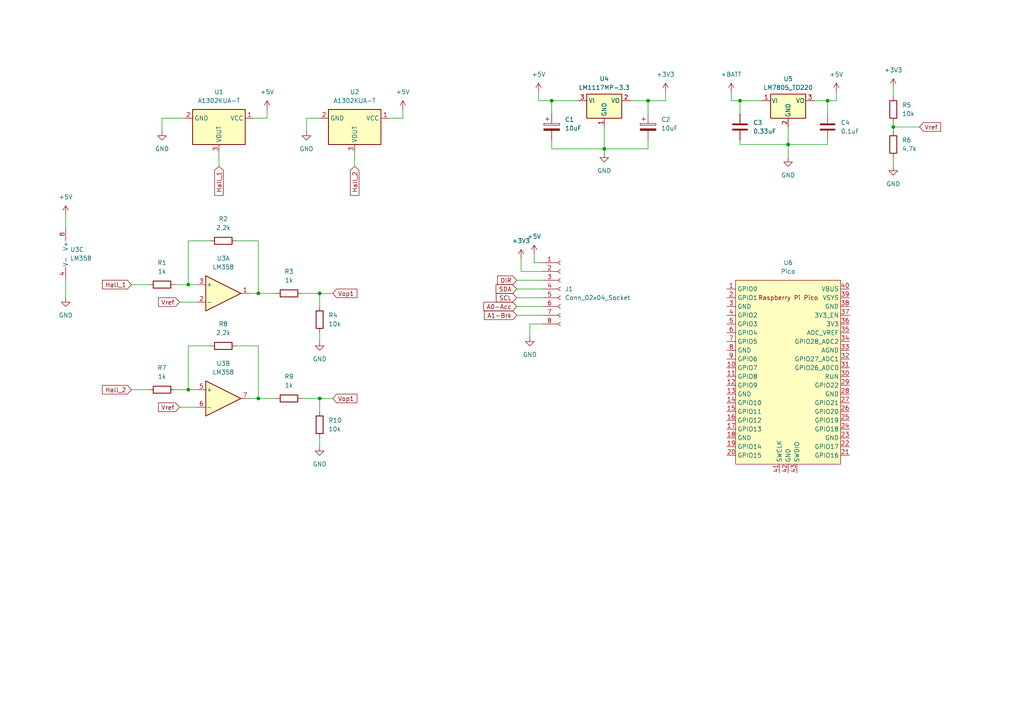
<source format=kicad_sch>
(kicad_sch (version 20231120) (generator "eeschema") (generator_version "8.0")
  (paper "A4")
  (lib_symbols
    (symbol "Amplifier_Operational:LM358" (pin_names (offset 0.127))
      (property "Reference" "U" (at 0 5.08 0))
      (property "Value" "LM358" (at 0 -5.08 0))
      (symbol "LM358_1_1"
        (polyline (pts (xy -5.08 5.08) (xy 5.08 0) (xy -5.08 -5.08) (xy -5.08 5.08)) (stroke (width 0.254)) (fill (type background)))
        (pin output line (at 7.62 0 180) (length 2.54) (name "~") (number "1"))
        (pin input line (at -7.62 -2.54 0) (length 2.54) (name "-") (number "2"))
        (pin input line (at -7.62 2.54 0) (length 2.54) (name "+") (number "3"))
      )
      (symbol "LM358_2_1"
        (polyline (pts (xy -5.08 5.08) (xy 5.08 0) (xy -5.08 -5.08) (xy -5.08 5.08)) (stroke (width 0.254)) (fill (type background)))
        (pin input line (at -7.62 2.54 0) (length 2.54) (name "+") (number "5"))
        (pin input line (at -7.62 -2.54 0) (length 2.54) (name "-") (number "6"))
        (pin output line (at 7.62 0 180) (length 2.54) (name "~") (number "7"))
      )
      (symbol "LM358_3_1"
        (pin power_in line (at -2.54 -7.62 90) (length 3.81) (name "V-") (number "4"))
        (pin power_in line (at -2.54 7.62 270) (length 3.81) (name "V+") (number "8"))
      )
    )
    (symbol "Connector:Conn_01x08_Socket" (pin_names (offset 1.016) hide)
      (property "Reference" "J" (at 0 10.16 0))
      (property "Value" "Conn_01x08_Socket" (at 0 -12.7 0))
      (symbol "Conn_01x08_Socket_1_1"
        (arc (start 0 -9.652) (mid -0.5058 -10.16) (end 0 -10.668) (stroke (width 0.1524)))
        (arc (start 0 -7.112) (mid -0.5058 -7.62) (end 0 -8.128) (stroke (width 0.1524)))
        (arc (start 0 -4.572) (mid -0.5058 -5.08) (end 0 -5.588) (stroke (width 0.1524)))
        (arc (start 0 -2.032) (mid -0.5058 -2.54) (end 0 -3.048) (stroke (width 0.1524)))
        (polyline (pts (xy -1.27 -10.16) (xy -0.508 -10.16)) (stroke (width 0.1524)))
        (polyline (pts (xy -1.27 -7.62) (xy -0.508 -7.62)) (stroke (width 0.1524)))
        (polyline (pts (xy -1.27 -5.08) (xy -0.508 -5.08)) (stroke (width 0.1524)))
        (polyline (pts (xy -1.27 -2.54) (xy -0.508 -2.54)) (stroke (width 0.1524)))
        (polyline (pts (xy -1.27 0) (xy -0.508 0)) (stroke (width 0.1524)))
        (polyline (pts (xy -1.27 2.54) (xy -0.508 2.54)) (stroke (width 0.1524)))
        (polyline (pts (xy -1.27 5.08) (xy -0.508 5.08)) (stroke (width 0.1524)))
        (polyline (pts (xy -1.27 7.62) (xy -0.508 7.62)) (stroke (width 0.1524)))
        (arc (start 0 0.508) (mid -0.5058 0) (end 0 -0.508) (stroke (width 0.1524)))
        (arc (start 0 3.048) (mid -0.5058 2.54) (end 0 2.032) (stroke (width 0.1524)))
        (arc (start 0 5.588) (mid -0.5058 5.08) (end 0 4.572) (stroke (width 0.1524)))
        (arc (start 0 8.128) (mid -0.5058 7.62) (end 0 7.112) (stroke (width 0.1524)))
        (pin passive line (at -5.08 7.62 0) (length 3.81) (name "Pin_1") (number "1"))
        (pin passive line (at -5.08 5.08 0) (length 3.81) (name "Pin_2") (number "2"))
        (pin passive line (at -5.08 2.54 0) (length 3.81) (name "Pin_3") (number "3"))
        (pin passive line (at -5.08 0 0) (length 3.81) (name "Pin_4") (number "4"))
        (pin passive line (at -5.08 -2.54 0) (length 3.81) (name "Pin_5") (number "5"))
        (pin passive line (at -5.08 -5.08 0) (length 3.81) (name "Pin_6") (number "6"))
        (pin passive line (at -5.08 -7.62 0) (length 3.81) (name "Pin_7") (number "7"))
        (pin passive line (at -5.08 -10.16 0) (length 3.81) (name "Pin_8") (number "8"))
      )
    )
    (symbol "Device:C" (pin_numbers hide) (pin_names (offset 0.254))
      (property "Reference" "C" (at 0.635 2.54 0))
      (property "Value" "C" (at 0.635 -2.54 0))
      (symbol "C_0_1"
        (polyline (pts (xy -2.032 -0.762) (xy 2.032 -0.762)) (stroke (width 0.508)))
        (polyline (pts (xy -2.032 0.762) (xy 2.032 0.762)) (stroke (width 0.508)))
      )
      (symbol "C_1_1"
        (pin passive line (at 0 3.81 270) (length 2.794) (name "~") (number "1"))
        (pin passive line (at 0 -3.81 90) (length 2.794) (name "~") (number "2"))
      )
    )
    (symbol "Device:C_Polarized" (pin_numbers hide) (pin_names (offset 0.254))
      (property "Reference" "C" (at 0.635 2.54 0))
      (property "Value" "C_Polarized" (at 0.635 -2.54 0))
      (symbol "C_Polarized_0_1"
        (rectangle (start -2.286 0.508) (end 2.286 1.016))
        (polyline (pts (xy -1.778 2.286) (xy -0.762 2.286)))
        (polyline (pts (xy -1.27 2.794) (xy -1.27 1.778)))
        (rectangle (start 2.286 -0.508) (end -2.286 -1.016) (fill (type outline)))
      )
      (symbol "C_Polarized_1_1"
        (pin passive line (at 0 3.81 270) (length 2.794) (name "~") (number "1"))
        (pin passive line (at 0 -3.81 90) (length 2.794) (name "~") (number "2"))
      )
    )
    (symbol "Device:R" (pin_numbers hide) (pin_names (offset 0))
      (property "Reference" "R" (at 2.032 0 90))
      (property "Value" "R" (at 0 0 90))
      (symbol "R_0_1"
        (rectangle (start -1.016 -2.54) (end 1.016 2.54) (stroke (width 0.254)))
      )
      (symbol "R_1_1"
        (pin passive line (at 0 3.81 270) (length 1.27) (name "~") (number "1"))
        (pin passive line (at 0 -3.81 90) (length 1.27) (name "~") (number "2"))
      )
    )
    (symbol "MCU_RaspberryPi_and_Boards:Pico"
      (property "Reference" "U" (at -13.97 27.94 0))
      (property "Value" "Pico" (at 0 19.05 0))
      (symbol "Pico_0_0"
        (text "Raspberry Pi Pico" (at 0 21.59 0) (effects (font (size 1.27 1.27))))
      )
      (symbol "Pico_0_1"
        (rectangle (start -15.24 26.67) (end 15.24 -26.67) (fill (type background)))
      )
      (symbol "Pico_1_1"
        (pin bidirectional line (at -17.78 24.13 0) (length 2.54) (name "GPIO0") (number "1"))
        (pin bidirectional line (at -17.78 1.27 0) (length 2.54) (name "GPIO7") (number "10"))
        (pin bidirectional line (at -17.78 -1.27 0) (length 2.54) (name "GPIO8") (number "11"))
        (pin bidirectional line (at -17.78 -3.81 0) (length 2.54) (name "GPIO9") (number "12"))
        (pin power_in line (at -17.78 -6.35 0) (length 2.54) (name "GND") (number "13"))
        (pin bidirectional line (at -17.78 -8.89 0) (length 2.54) (name "GPIO10") (number "14"))
        (pin bidirectional line (at -17.78 -11.43 0) (length 2.54) (name "GPIO11") (number "15"))
        (pin bidirectional line (at -17.78 -13.97 0) (length 2.54) (name "GPIO12") (number "16"))
        (pin bidirectional line (at -17.78 -16.51 0) (length 2.54) (name "GPIO13") (number "17"))
        (pin power_in line (at -17.78 -19.05 0) (length 2.54) (name "GND") (number "18"))
        (pin bidirectional line (at -17.78 -21.59 0) (length 2.54) (name "GPIO14") (number "19"))
        (pin bidirectional line (at -17.78 21.59 0) (length 2.54) (name "GPIO1") (number "2"))
        (pin bidirectional line (at -17.78 -24.13 0) (length 2.54) (name "GPIO15") (number "20"))
        (pin bidirectional line (at 17.78 -24.13 180) (length 2.54) (name "GPIO16") (number "21"))
        (pin bidirectional line (at 17.78 -21.59 180) (length 2.54) (name "GPIO17") (number "22"))
        (pin power_in line (at 17.78 -19.05 180) (length 2.54) (name "GND") (number "23"))
        (pin bidirectional line (at 17.78 -16.51 180) (length 2.54) (name "GPIO18") (number "24"))
        (pin bidirectional line (at 17.78 -13.97 180) (length 2.54) (name "GPIO19") (number "25"))
        (pin bidirectional line (at 17.78 -11.43 180) (length 2.54) (name "GPIO20") (number "26"))
        (pin bidirectional line (at 17.78 -8.89 180) (length 2.54) (name "GPIO21") (number "27"))
        (pin power_in line (at 17.78 -6.35 180) (length 2.54) (name "GND") (number "28"))
        (pin bidirectional line (at 17.78 -3.81 180) (length 2.54) (name "GPIO22") (number "29"))
        (pin power_in line (at -17.78 19.05 0) (length 2.54) (name "GND") (number "3"))
        (pin input line (at 17.78 -1.27 180) (length 2.54) (name "RUN") (number "30"))
        (pin bidirectional line (at 17.78 1.27 180) (length 2.54) (name "GPIO26_ADC0") (number "31"))
        (pin bidirectional line (at 17.78 3.81 180) (length 2.54) (name "GPIO27_ADC1") (number "32"))
        (pin power_in line (at 17.78 6.35 180) (length 2.54) (name "AGND") (number "33"))
        (pin bidirectional line (at 17.78 8.89 180) (length 2.54) (name "GPIO28_ADC2") (number "34"))
        (pin power_in line (at 17.78 11.43 180) (length 2.54) (name "ADC_VREF") (number "35"))
        (pin power_in line (at 17.78 13.97 180) (length 2.54) (name "3V3") (number "36"))
        (pin input line (at 17.78 16.51 180) (length 2.54) (name "3V3_EN") (number "37"))
        (pin bidirectional line (at 17.78 19.05 180) (length 2.54) (name "GND") (number "38"))
        (pin power_in line (at 17.78 21.59 180) (length 2.54) (name "VSYS") (number "39"))
        (pin bidirectional line (at -17.78 16.51 0) (length 2.54) (name "GPIO2") (number "4"))
        (pin power_in line (at 17.78 24.13 180) (length 2.54) (name "VBUS") (number "40"))
        (pin input line (at -2.54 -29.21 90) (length 2.54) (name "SWCLK") (number "41"))
        (pin power_in line (at 0 -29.21 90) (length 2.54) (name "GND") (number "42"))
        (pin bidirectional line (at 2.54 -29.21 90) (length 2.54) (name "SWDIO") (number "43"))
        (pin bidirectional line (at -17.78 13.97 0) (length 2.54) (name "GPIO3") (number "5"))
        (pin bidirectional line (at -17.78 11.43 0) (length 2.54) (name "GPIO4") (number "6"))
        (pin bidirectional line (at -17.78 8.89 0) (length 2.54) (name "GPIO5") (number "7"))
        (pin power_in line (at -17.78 6.35 0) (length 2.54) (name "GND") (number "8"))
        (pin bidirectional line (at -17.78 3.81 0) (length 2.54) (name "GPIO6") (number "9"))
      )
    )
    (symbol "Regulator_Linear:LM1117MP-3.3"
      (property "Reference" "U" (at -3.81 3.175 0))
      (property "Value" "LM1117MP-3.3" (at 0 3.175 0))
      (symbol "LM1117MP-3.3_0_1"
        (rectangle (start -5.08 -5.08) (end 5.08 1.905) (stroke (width 0.254)) (fill (type background)))
      )
      (symbol "LM1117MP-3.3_1_1"
        (pin power_in line (at 0 -7.62 90) (length 2.54) (name "GND") (number "1"))
        (pin power_out line (at 7.62 0 180) (length 2.54) (name "VO") (number "2"))
        (pin power_in line (at -7.62 0 0) (length 2.54) (name "VI") (number "3"))
      )
    )
    (symbol "Regulator_Linear:LM7805_TO220" (pin_names (offset 0.254))
      (property "Reference" "U" (at -3.81 3.175 0))
      (property "Value" "LM7805_TO220" (at 0 3.175 0))
      (symbol "LM7805_TO220_0_1"
        (rectangle (start -5.08 1.905) (end 5.08 -5.08) (stroke (width 0.254)) (fill (type background)))
      )
      (symbol "LM7805_TO220_1_1"
        (pin power_in line (at -7.62 0 0) (length 2.54) (name "VI") (number "1"))
        (pin power_in line (at 0 -7.62 90) (length 2.54) (name "GND") (number "2"))
        (pin power_out line (at 7.62 0 180) (length 2.54) (name "VO") (number "3"))
      )
    )
    (symbol "Sensor_Magnetic:A1302KUA-T"
      (property "Reference" "U" (at 0 11.43 0))
      (property "Value" "A1302KUA-T" (at 0 8.89 0))
      (symbol "A1302KUA-T_0_1"
        (rectangle (start -5.08 7.62) (end 5.08 -7.62) (stroke (width 0.254)) (fill (type background)))
      )
      (symbol "A1302KUA-T_1_1"
        (pin power_in line (at -2.54 10.16 270) (length 2.54) (name "VCC") (number "1"))
        (pin power_in line (at -2.54 -10.16 90) (length 2.54) (name "GND") (number "2"))
        (pin output line (at 7.62 0 180) (length 2.54) (name "VOUT") (number "3"))
      )
    )
    (symbol "power:+3V3" (power) (pin_numbers hide) (pin_names (offset 0) hide)
      (property "Value" "+3V3" (at 0 3.556 0))
      (symbol "+3V3_0_1"
        (polyline (pts (xy -0.762 1.27) (xy 0 2.54)))
        (polyline (pts (xy 0 0) (xy 0 2.54)))
        (polyline (pts (xy 0 2.54) (xy 0.762 1.27)))
      )
      (symbol "+3V3_1_1"
        (pin power_in line (at 0 0 90) (length 0) (name "~") (number "1"))
      )
    )
    (symbol "power:+5V" (power) (pin_numbers hide) (pin_names (offset 0) hide)
      (property "Value" "+5V" (at 0 3.556 0))
      (symbol "+5V_0_1"
        (polyline (pts (xy -0.762 1.27) (xy 0 2.54)))
        (polyline (pts (xy 0 0) (xy 0 2.54)))
        (polyline (pts (xy 0 2.54) (xy 0.762 1.27)))
      )
      (symbol "+5V_1_1"
        (pin power_in line (at 0 0 90) (length 0) (name "~") (number "1"))
      )
    )
    (symbol "power:+BATT" (power) (pin_numbers hide) (pin_names (offset 0) hide)
      (property "Value" "+BATT" (at 0 3.556 0))
      (symbol "+BATT_0_1"
        (polyline (pts (xy -0.762 1.27) (xy 0 2.54)))
        (polyline (pts (xy 0 0) (xy 0 2.54)))
        (polyline (pts (xy 0 2.54) (xy 0.762 1.27)))
      )
      (symbol "+BATT_1_1"
        (pin power_in line (at 0 0 90) (length 0) (name "~") (number "1"))
      )
    )
    (symbol "power:GND" (power) (pin_numbers hide) (pin_names (offset 0) hide)
      (property "Value" "GND" (at 0 -3.81 0))
      (symbol "GND_0_1"
        (polyline (pts (xy 0 0) (xy 0 -1.27) (xy 1.27 -1.27) (xy 0 -2.54) (xy -1.27 -1.27) (xy 0 -1.27)))
      )
      (symbol "GND_1_1"
        (pin power_in line (at 0 0 270) (length 0) (name "~") (number "1"))
      )
    )
  )
  (junction (at 160.02 29.21))
  (junction (at 92.71 115.57))
  (junction (at 240.03 29.21))
  (junction (at 175.26 43.18))
  (junction (at 259.08 36.83))
  (junction (at 187.96 29.21))
  (junction (at 214.63 29.21))
  (junction (at 74.93 115.57))
  (junction (at 92.71 85.09))
  (junction (at 228.6 41.91))
  (junction (at 74.93 85.09))
  (junction (at 54.61 113.03))
  (junction (at 54.61 82.55))
  (wire (pts (xy 214.63 33.02) (xy 214.63 29.21)))
  (wire (pts (xy 160.02 29.21) (xy 160.02 33.02)))
  (wire (pts (xy 87.63 85.09) (xy 92.71 85.09)))
  (wire (pts (xy 151.13 74.93) (xy 151.13 78.74)))
  (wire (pts (xy 175.26 43.18) (xy 175.26 44.45)))
  (wire (pts (xy 160.02 29.21) (xy 167.64 29.21)))
  (wire (pts (xy 54.61 69.85) (xy 54.61 82.55)))
  (wire (pts (xy 156.21 29.21) (xy 160.02 29.21)))
  (wire (pts (xy 74.93 69.85) (xy 74.93 85.09)))
  (wire (pts (xy 156.21 26.67) (xy 156.21 29.21)))
  (wire (pts (xy 154.94 73.66) (xy 154.94 76.2)))
  (wire (pts (xy 54.61 82.55) (xy 57.15 82.55)))
  (wire (pts (xy 151.13 78.74) (xy 157.48 78.74)))
  (wire (pts (xy 187.96 40.64) (xy 187.96 43.18)))
  (wire (pts (xy 19.05 81.28) (xy 19.05 86.36)))
  (wire (pts (xy 52.07 87.63) (xy 57.15 87.63)))
  (wire (pts (xy 242.57 29.21) (xy 242.57 26.67)))
  (wire (pts (xy 52.07 118.11) (xy 57.15 118.11)))
  (wire (pts (xy 149.86 81.28) (xy 157.48 81.28)))
  (wire (pts (xy 175.26 36.83) (xy 175.26 43.18)))
  (wire (pts (xy 187.96 33.02) (xy 187.96 29.21)))
  (wire (pts (xy 54.61 113.03) (xy 57.15 113.03)))
  (wire (pts (xy 92.71 127) (xy 92.71 129.54)))
  (wire (pts (xy 214.63 41.91) (xy 228.6 41.91)))
  (wire (pts (xy 60.96 100.33) (xy 54.61 100.33)))
  (wire (pts (xy 149.86 86.36) (xy 157.48 86.36)))
  (wire (pts (xy 259.08 25.4) (xy 259.08 27.94)))
  (wire (pts (xy 160.02 43.18) (xy 175.26 43.18)))
  (wire (pts (xy 77.47 34.29) (xy 77.47 31.75)))
  (wire (pts (xy 74.93 100.33) (xy 74.93 115.57)))
  (wire (pts (xy 214.63 40.64) (xy 214.63 41.91)))
  (wire (pts (xy 38.1 113.03) (xy 43.18 113.03)))
  (wire (pts (xy 187.96 43.18) (xy 175.26 43.18)))
  (wire (pts (xy 92.71 85.09) (xy 96.52 85.09)))
  (wire (pts (xy 50.8 113.03) (xy 54.61 113.03)))
  (wire (pts (xy 46.99 34.29) (xy 53.34 34.29)))
  (wire (pts (xy 259.08 36.83) (xy 266.7 36.83)))
  (wire (pts (xy 92.71 115.57) (xy 92.71 119.38)))
  (wire (pts (xy 102.87 44.45) (xy 102.87 48.26)))
  (wire (pts (xy 74.93 85.09) (xy 80.01 85.09)))
  (wire (pts (xy 149.86 83.82) (xy 157.48 83.82)))
  (wire (pts (xy 153.67 93.98) (xy 153.67 97.79)))
  (wire (pts (xy 149.86 88.9) (xy 157.48 88.9)))
  (wire (pts (xy 38.1 82.55) (xy 43.18 82.55)))
  (wire (pts (xy 72.39 115.57) (xy 74.93 115.57)))
  (wire (pts (xy 72.39 85.09) (xy 74.93 85.09)))
  (wire (pts (xy 193.04 26.67) (xy 193.04 29.21)))
  (wire (pts (xy 212.09 26.67) (xy 212.09 29.21)))
  (wire (pts (xy 187.96 29.21) (xy 182.88 29.21)))
  (wire (pts (xy 149.86 91.44) (xy 157.48 91.44)))
  (wire (pts (xy 259.08 36.83) (xy 259.08 38.1)))
  (wire (pts (xy 60.96 69.85) (xy 54.61 69.85)))
  (wire (pts (xy 54.61 100.33) (xy 54.61 113.03)))
  (wire (pts (xy 228.6 41.91) (xy 228.6 45.72)))
  (wire (pts (xy 240.03 29.21) (xy 240.03 33.02)))
  (wire (pts (xy 154.94 76.2) (xy 157.48 76.2)))
  (wire (pts (xy 228.6 36.83) (xy 228.6 41.91)))
  (wire (pts (xy 63.5 44.45) (xy 63.5 48.26)))
  (wire (pts (xy 92.71 115.57) (xy 96.52 115.57)))
  (wire (pts (xy 240.03 41.91) (xy 228.6 41.91)))
  (wire (pts (xy 87.63 115.57) (xy 92.71 115.57)))
  (wire (pts (xy 212.09 29.21) (xy 214.63 29.21)))
  (wire (pts (xy 46.99 38.1) (xy 46.99 34.29)))
  (wire (pts (xy 73.66 34.29) (xy 77.47 34.29)))
  (wire (pts (xy 240.03 29.21) (xy 242.57 29.21)))
  (wire (pts (xy 214.63 29.21) (xy 220.98 29.21)))
  (wire (pts (xy 92.71 85.09) (xy 92.71 88.9)))
  (wire (pts (xy 50.8 82.55) (xy 54.61 82.55)))
  (wire (pts (xy 74.93 115.57) (xy 80.01 115.57)))
  (wire (pts (xy 92.71 96.52) (xy 92.71 99.06)))
  (wire (pts (xy 19.05 62.23) (xy 19.05 66.04)))
  (wire (pts (xy 113.03 34.29) (xy 116.84 34.29)))
  (wire (pts (xy 68.58 100.33) (xy 74.93 100.33)))
  (wire (pts (xy 160.02 40.64) (xy 160.02 43.18)))
  (wire (pts (xy 236.22 29.21) (xy 240.03 29.21)))
  (wire (pts (xy 92.71 34.29) (xy 88.9 34.29)))
  (wire (pts (xy 88.9 34.29) (xy 88.9 38.1)))
  (wire (pts (xy 116.84 34.29) (xy 116.84 31.75)))
  (wire (pts (xy 240.03 40.64) (xy 240.03 41.91)))
  (wire (pts (xy 68.58 69.85) (xy 74.93 69.85)))
  (wire (pts (xy 259.08 35.56) (xy 259.08 36.83)))
  (wire (pts (xy 259.08 48.26) (xy 259.08 45.72)))
  (wire (pts (xy 193.04 29.21) (xy 187.96 29.21)))
  (wire (pts (xy 157.48 93.98) (xy 153.67 93.98)))
  (global_label "Vop1" (shape input) (at 96.52 115.57 0) (property "Intersheetrefs" "${INTERSHEET_REFS}" (effects (hide yes))))
  (global_label "Hall_2" (shape input) (at 102.87 48.26 270) (property "Intersheetrefs" "${INTERSHEET_REFS}" (effects (hide yes))))
  (global_label "Hall_1" (shape input) (at 38.1 82.55 180) (property "Intersheetrefs" "${INTERSHEET_REFS}" (effects (hide yes))))
  (global_label "DIR" (shape input) (at 149.86 81.28 180) (property "Intersheetrefs" "${INTERSHEET_REFS}" (effects (hide yes))))
  (global_label "Hall_1" (shape input) (at 63.5 48.26 270) (property "Intersheetrefs" "${INTERSHEET_REFS}" (effects (hide yes))))
  (global_label "Vop1" (shape input) (at 96.52 85.09 0) (property "Intersheetrefs" "${INTERSHEET_REFS}" (effects (hide yes))))
  (global_label "A0-Acc" (shape input) (at 149.86 88.9 180) (property "Intersheetrefs" "${INTERSHEET_REFS}" (effects (hide yes))))
  (global_label "Vref" (shape input) (at 52.07 118.11 180) (property "Intersheetrefs" "${INTERSHEET_REFS}" (effects (hide yes))))
  (global_label "Hall_2" (shape input) (at 38.1 113.03 180) (property "Intersheetrefs" "${INTERSHEET_REFS}" (effects (hide yes))))
  (global_label "SDA" (shape input) (at 149.86 83.82 180) (property "Intersheetrefs" "${INTERSHEET_REFS}" (effects (hide yes))))
  (global_label "Vref" (shape input) (at 52.07 87.63 180) (property "Intersheetrefs" "${INTERSHEET_REFS}" (effects (hide yes))))
  (global_label "A1-Brk" (shape input) (at 149.86 91.44 180) (property "Intersheetrefs" "${INTERSHEET_REFS}" (effects (hide yes))))
  (global_label "Vref" (shape input) (at 266.7 36.83 0) (property "Intersheetrefs" "${INTERSHEET_REFS}" (effects (hide yes))))
  (global_label "SCL" (shape input) (at 149.86 86.36 180) (property "Intersheetrefs" "${INTERSHEET_REFS}" (effects (hide yes))))
  (symbol (lib_id "power:+5V") (at 77.47 31.75 0) (unit 1)
    (property "Reference" "#PWR011" (effects (hide yes)))
    (property "Value" "+5V" (at 77.47 26.67 0))
    (property "Description" "Power symbol creates a global label with name \"+5V\"" (effects (hide yes)))
  )
  (symbol (lib_id "Device:C_Polarized") (at 160.02 36.83 0) (unit 1)
    (property "Reference" "C1" (at 163.83 34.6709 0) (effects (justify left)))
    (property "Value" "10uF" (at 163.83 37.2109 0) (effects (justify left)))
    (property "Footprint" "Capacitor_THT:CP_Radial_D5.0mm_P2.50mm" (effects (hide yes)))
    (property "Description" "Polarized capacitor" (effects (hide yes)))
  )
  (symbol (lib_id "Device:R") (at 64.77 100.33 90) (unit 1)
    (property "Reference" "R8" (at 64.77 93.98 90))
    (property "Value" "2,2k" (at 64.77 96.52 90))
    (property "Footprint" "Resistor_THT:R_Axial_DIN0207_L6.3mm_D2.5mm_P10.16mm_Horizontal" (effects (hide yes)))
    (property "Description" "Resistor" (effects (hide yes)))
  )
  (symbol (lib_id "Amplifier_Operational:LM358") (at 21.59 73.66 0) (unit 3)
    (property "Reference" "U3" (at 20.32 72.3899 0) (effects (justify left)))
    (property "Value" "LM358" (at 20.32 74.9299 0) (effects (justify left)))
    (property "Footprint" "Package_DIP:DIP-8_W10.16mm_LongPads" (effects (hide yes)))
    (property "Datasheet" "http://www.ti.com/lit/ds/symlink/lm2904-n.pdf" (effects (hide yes)))
    (property "Description" "Low-Power, Dual Operational Amplifiers, DIP-8/SOIC-8/TO-99-8" (effects (hide yes)))
  )
  (symbol (lib_id "Device:R") (at 259.08 31.75 180) (unit 1)
    (property "Reference" "R5" (at 261.62 30.4799 0) (effects (justify right)))
    (property "Value" "10k" (at 261.62 33.0199 0) (effects (justify right)))
    (property "Footprint" "Resistor_THT:R_Axial_DIN0207_L6.3mm_D2.5mm_P10.16mm_Horizontal" (effects (hide yes)))
    (property "Description" "Resistor" (effects (hide yes)))
  )
  (symbol (lib_id "power:+5V") (at 154.94 73.66 0) (unit 1)
    (property "Reference" "#PWR019" (effects (hide yes)))
    (property "Value" "+5V" (at 154.94 68.58 0))
    (property "Description" "Power symbol creates a global label with name \"+5V\"" (effects (hide yes)))
  )
  (symbol (lib_id "Device:R") (at 46.99 113.03 90) (unit 1)
    (property "Reference" "R7" (at 46.99 106.68 90))
    (property "Value" "1k" (at 46.99 109.22 90))
    (property "Footprint" "Resistor_THT:R_Axial_DIN0207_L6.3mm_D2.5mm_P10.16mm_Horizontal" (effects (hide yes)))
    (property "Description" "Resistor" (effects (hide yes)))
  )
  (symbol (lib_id "power:+BATT") (at 212.09 26.67 0) (unit 1)
    (property "Reference" "#PWR06" (effects (hide yes)))
    (property "Value" "+BATT" (at 212.09 21.59 0))
    (property "Description" "Power symbol creates a global label with name \"+BATT\"" (effects (hide yes)))
  )
  (symbol (lib_id "Device:C") (at 240.03 36.83 0) (unit 1)
    (property "Reference" "C4" (at 243.84 35.5599 0) (effects (justify left)))
    (property "Value" "0.1uF" (at 243.84 38.0999 0) (effects (justify left)))
    (property "Footprint" "Capacitor_THT:C_Disc_D3.0mm_W2.0mm_P2.50mm" (effects (hide yes)))
    (property "Description" "Unpolarized capacitor" (effects (hide yes)))
  )
  (symbol (lib_id "Device:R") (at 46.99 82.55 90) (unit 1)
    (property "Reference" "R1" (at 46.99 76.2 90))
    (property "Value" "1k" (at 46.99 78.74 90))
    (property "Footprint" "Resistor_THT:R_Axial_DIN0207_L6.3mm_D2.5mm_P10.16mm_Horizontal" (effects (hide yes)))
    (property "Description" "Resistor" (effects (hide yes)))
  )
  (symbol (lib_id "Device:R") (at 83.82 85.09 90) (unit 1)
    (property "Reference" "R3" (at 83.82 78.74 90))
    (property "Value" "1k" (at 83.82 81.28 90))
    (property "Footprint" "Resistor_THT:R_Axial_DIN0207_L6.3mm_D2.5mm_P10.16mm_Horizontal" (effects (hide yes)))
    (property "Description" "Resistor" (effects (hide yes)))
  )
  (symbol (lib_id "Sensor_Magnetic:A1302KUA-T") (at 102.87 36.83 270) (unit 1)
    (property "Reference" "U2" (at 102.87 26.67 90))
    (property "Value" "A1302KUA-T" (at 102.87 29.21 90))
    (property "Footprint" "Connector_PinHeader_2.54mm:PinHeader_1x03_P2.54mm_Vertical" (effects (hide yes)))
    (property "Datasheet" "http://www.allegromicro.com/~/media/Files/Datasheets/A1301-2-Datasheet.ashx" (effects (hide yes)))
    (property "Description" "Linear Hall Effect Sensor, SIP 3pin" (effects (hide yes)))
  )
  (symbol (lib_id "Amplifier_Operational:LM358") (at 64.77 115.57 0) (unit 2)
    (property "Reference" "U3" (at 64.77 105.41 0))
    (property "Value" "LM358" (at 64.77 107.95 0))
    (property "Footprint" "Package_DIP:DIP-8_W10.16mm_LongPads" (effects (hide yes)))
    (property "Datasheet" "http://www.ti.com/lit/ds/symlink/lm2904-n.pdf" (effects (hide yes)))
    (property "Description" "Low-Power, Dual Operational Amplifiers, DIP-8/SOIC-8/TO-99-8" (effects (hide yes)))
  )
  (symbol (lib_id "Device:C_Polarized") (at 187.96 36.83 0) (unit 1)
    (property "Reference" "C2" (at 191.77 34.6709 0) (effects (justify left)))
    (property "Value" "10uF" (at 191.77 37.2109 0) (effects (justify left)))
    (property "Footprint" "Capacitor_THT:CP_Radial_D5.0mm_P2.50mm" (effects (hide yes)))
    (property "Description" "Polarized capacitor" (effects (hide yes)))
  )
  (symbol (lib_id "Amplifier_Operational:LM358") (at 64.77 85.09 0) (unit 1)
    (property "Reference" "U3" (at 64.77 74.93 0))
    (property "Value" "LM358" (at 64.77 77.47 0))
    (property "Footprint" "Package_DIP:DIP-8_W10.16mm_LongPads" (effects (hide yes)))
    (property "Datasheet" "http://www.ti.com/lit/ds/symlink/lm2904-n.pdf" (effects (hide yes)))
    (property "Description" "Low-Power, Dual Operational Amplifiers, DIP-8/SOIC-8/TO-99-8" (effects (hide yes)))
  )
  (symbol (lib_id "power:+5V") (at 116.84 31.75 0) (unit 1)
    (property "Reference" "#PWR012" (effects (hide yes)))
    (property "Value" "+5V" (at 116.84 26.67 0))
    (property "Description" "Power symbol creates a global label with name \"+5V\"" (effects (hide yes)))
  )
  (symbol (lib_id "power:GND") (at 153.67 97.79 0) (unit 1)
    (property "Reference" "#PWR018" (effects (hide yes)))
    (property "Value" "GND" (at 153.67 102.87 0))
    (property "Description" "Power symbol creates a global label with name \"GND\" , ground" (effects (hide yes)))
  )
  (symbol (lib_id "Device:R") (at 259.08 41.91 180) (unit 1)
    (property "Reference" "R6" (at 261.62 40.6399 0) (effects (justify right)))
    (property "Value" "4,7k" (at 261.62 43.1799 0) (effects (justify right)))
    (property "Footprint" "Resistor_THT:R_Axial_DIN0207_L6.3mm_D2.5mm_P10.16mm_Horizontal" (effects (hide yes)))
    (property "Description" "Resistor" (effects (hide yes)))
  )
  (symbol (lib_id "power:GND") (at 175.26 44.45 0) (unit 1)
    (property "Reference" "#PWR07" (effects (hide yes)))
    (property "Value" "GND" (at 175.26 49.53 0))
    (property "Description" "Power symbol creates a global label with name \"GND\" , ground" (effects (hide yes)))
  )
  (symbol (lib_id "power:GND") (at 19.05 86.36 0) (unit 1)
    (property "Reference" "#PWR01" (effects (hide yes)))
    (property "Value" "GND" (at 19.05 91.44 0))
    (property "Description" "Power symbol creates a global label with name \"GND\" , ground" (effects (hide yes)))
  )
  (symbol (lib_id "Device:R") (at 83.82 115.57 90) (unit 1)
    (property "Reference" "R9" (at 83.82 109.22 90))
    (property "Value" "1k" (at 83.82 111.76 90))
    (property "Footprint" "Resistor_THT:R_Axial_DIN0207_L6.3mm_D2.5mm_P10.16mm_Horizontal" (effects (hide yes)))
    (property "Description" "Resistor" (effects (hide yes)))
  )
  (symbol (lib_id "Connector:Conn_01x08_Socket") (at 162.56 83.82 0) (unit 1)
    (property "Reference" "J1" (at 163.83 83.8199 0) (effects (justify left)))
    (property "Value" "Conn_02x04_Socket" (at 163.83 86.3599 0) (effects (justify left)))
    (property "Footprint" "Connector_PinHeader_2.54mm:PinHeader_2x04_P2.54mm_Vertical" (effects (hide yes)))
    (property "Description" "Generic connector, single row, 01x08, script generated" (effects (hide yes)))
  )
  (symbol (lib_id "power:GND") (at 92.71 99.06 0) (unit 1)
    (property "Reference" "#PWR015" (effects (hide yes)))
    (property "Value" "GND" (at 92.71 104.14 0))
    (property "Description" "Power symbol creates a global label with name \"GND\" , ground" (effects (hide yes)))
  )
  (symbol (lib_id "Device:C") (at 214.63 36.83 0) (unit 1)
    (property "Reference" "C3" (at 218.44 35.5599 0) (effects (justify left)))
    (property "Value" "0.33uF" (at 218.44 38.0999 0) (effects (justify left)))
    (property "Footprint" "Capacitor_THT:C_Disc_D3.0mm_W2.0mm_P2.50mm" (effects (hide yes)))
    (property "Description" "Unpolarized capacitor" (effects (hide yes)))
  )
  (symbol (lib_id "power:GND") (at 46.99 38.1 0) (unit 1)
    (property "Reference" "#PWR09" (effects (hide yes)))
    (property "Value" "GND" (at 46.99 43.18 0))
    (property "Description" "Power symbol creates a global label with name \"GND\" , ground" (effects (hide yes)))
  )
  (symbol (lib_id "power:+3V3") (at 193.04 26.67 0) (unit 1)
    (property "Reference" "#PWR03" (effects (hide yes)))
    (property "Value" "+3V3" (at 193.04 21.59 0))
    (property "Description" "Power symbol creates a global label with name \"+3V3\"" (effects (hide yes)))
  )
  (symbol (lib_id "Device:R") (at 92.71 92.71 180) (unit 1)
    (property "Reference" "R4" (at 95.25 91.4399 0) (effects (justify right)))
    (property "Value" "10k" (at 95.25 93.9799 0) (effects (justify right)))
    (property "Footprint" "Resistor_THT:R_Axial_DIN0207_L6.3mm_D2.5mm_P10.16mm_Horizontal" (effects (hide yes)))
    (property "Description" "Resistor" (effects (hide yes)))
  )
  (symbol (lib_id "power:GND") (at 92.71 129.54 0) (unit 1)
    (property "Reference" "#PWR016" (effects (hide yes)))
    (property "Value" "GND" (at 92.71 134.62 0))
    (property "Description" "Power symbol creates a global label with name \"GND\" , ground" (effects (hide yes)))
  )
  (symbol (lib_id "power:GND") (at 259.08 48.26 0) (unit 1)
    (property "Reference" "#PWR014" (effects (hide yes)))
    (property "Value" "GND" (at 259.08 53.34 0))
    (property "Description" "Power symbol creates a global label with name \"GND\" , ground" (effects (hide yes)))
  )
  (symbol (lib_id "power:+5V") (at 242.57 26.67 0) (unit 1)
    (property "Reference" "#PWR05" (effects (hide yes)))
    (property "Value" "+5V" (at 242.57 21.59 0))
    (property "Description" "Power symbol creates a global label with name \"+5V\"" (effects (hide yes)))
  )
  (symbol (lib_id "power:GND") (at 228.6 45.72 0) (unit 1)
    (property "Reference" "#PWR08" (effects (hide yes)))
    (property "Value" "GND" (at 228.6 50.8 0))
    (property "Description" "Power symbol creates a global label with name \"GND\" , ground" (effects (hide yes)))
  )
  (symbol (lib_id "Regulator_Linear:LM7805_TO220") (at 228.6 29.21 0) (unit 1)
    (property "Reference" "U5" (at 228.6 22.86 0))
    (property "Value" "LM7805_TO220" (at 228.6 25.4 0))
    (property "Footprint" "Package_TO_SOT_THT:TO-220-3_Vertical" (effects (hide yes)))
    (property "Datasheet" "https://www.onsemi.cn/PowerSolutions/document/MC7800-D.PDF" (effects (hide yes)))
    (property "Description" "Positive 1A 35V Linear Regulator, Fixed Output 5V, TO-220" (effects (hide yes)))
  )
  (symbol (lib_id "MCU_RaspberryPi_and_Boards:Pico") (at 228.6 107.95 0) (unit 1)
    (property "Reference" "U6" (at 228.6 76.2 0))
    (property "Value" "Pico" (at 228.6 78.74 0))
    (property "Footprint" "MCU_RaspberryPi_and_Boards:RPi_Pico_SMD_TH" (effects (hide yes)))
  )
  (symbol (lib_id "power:+3V3") (at 259.08 25.4 0) (unit 1)
    (property "Reference" "#PWR013" (effects (hide yes)))
    (property "Value" "+3V3" (at 259.08 20.32 0))
    (property "Description" "Power symbol creates a global label with name \"+3V3\"" (effects (hide yes)))
  )
  (symbol (lib_id "power:+3V3") (at 151.13 74.93 0) (unit 1)
    (property "Reference" "#PWR017" (effects (hide yes)))
    (property "Value" "+3V3" (at 151.13 69.85 0))
    (property "Description" "Power symbol creates a global label with name \"+3V3\"" (effects (hide yes)))
  )
  (symbol (lib_id "power:+5V") (at 156.21 26.67 0) (unit 1)
    (property "Reference" "#PWR04" (effects (hide yes)))
    (property "Value" "+5V" (at 156.21 21.59 0))
    (property "Description" "Power symbol creates a global label with name \"+5V\"" (effects (hide yes)))
  )
  (symbol (lib_id "Device:R") (at 64.77 69.85 90) (unit 1)
    (property "Reference" "R2" (at 64.77 63.5 90))
    (property "Value" "2,2k" (at 64.77 66.04 90))
    (property "Footprint" "Resistor_THT:R_Axial_DIN0207_L6.3mm_D2.5mm_P10.16mm_Horizontal" (effects (hide yes)))
    (property "Description" "Resistor" (effects (hide yes)))
  )
  (symbol (lib_id "Regulator_Linear:LM1117MP-3.3") (at 175.26 29.21 0) (unit 1)
    (property "Reference" "U4" (at 175.26 22.86 0))
    (property "Value" "LM1117MP-3.3" (at 175.26 25.4 0))
    (property "Footprint" "Package_TO_SOT_SMD:SOT-223-3_TabPin2" (effects (hide yes)))
    (property "Datasheet" "http://www.ti.com/lit/ds/symlink/lm1117.pdf" (effects (hide yes)))
    (property "Description" "800mA Low-Dropout Linear Regulator, 3.3V fixed output, SOT-223" (effects (hide yes)))
  )
  (symbol (lib_id "Device:R") (at 92.71 123.19 180) (unit 1)
    (property "Reference" "R10" (at 95.25 121.9199 0) (effects (justify right)))
    (property "Value" "10k" (at 95.25 124.4599 0) (effects (justify right)))
    (property "Footprint" "Resistor_THT:R_Axial_DIN0207_L6.3mm_D2.5mm_P10.16mm_Horizontal" (effects (hide yes)))
    (property "Description" "Resistor" (effects (hide yes)))
  )
  (symbol (lib_id "Sensor_Magnetic:A1302KUA-T") (at 63.5 36.83 270) (unit 1)
    (property "Reference" "U1" (at 63.5 26.67 90))
    (property "Value" "A1302KUA-T" (at 63.5 29.21 90))
    (property "Footprint" "Connector_PinHeader_2.54mm:PinHeader_1x03_P2.54mm_Vertical" (effects (hide yes)))
    (property "Datasheet" "http://www.allegromicro.com/~/media/Files/Datasheets/A1301-2-Datasheet.ashx" (effects (hide yes)))
    (property "Description" "Linear Hall Effect Sensor, SIP 3pin" (effects (hide yes)))
  )
  (symbol (lib_id "power:GND") (at 88.9 38.1 0) (unit 1)
    (property "Reference" "#PWR010" (effects (hide yes)))
    (property "Value" "GND" (at 88.9 43.18 0))
    (property "Description" "Power symbol creates a global label with name \"GND\" , ground" (effects (hide yes)))
  )
  (symbol (lib_id "power:+5V") (at 19.05 62.23 0) (unit 1)
    (property "Reference" "#PWR02" (effects (hide yes)))
    (property "Value" "+5V" (at 19.05 57.15 0))
    (property "Description" "Power symbol creates a global label with name \"+5V\"" (effects (hide yes)))
  )
)
</source>
